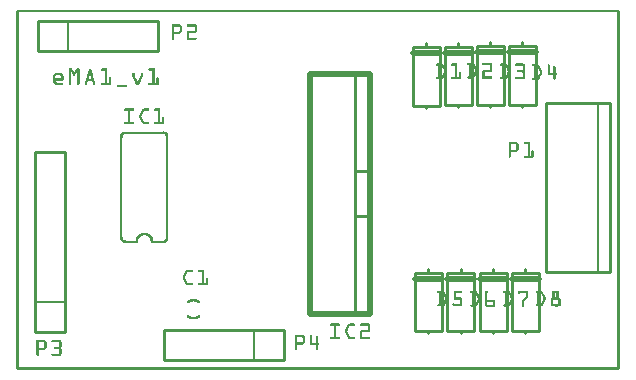
<source format=gto>
G04 MADE WITH FRITZING*
G04 WWW.FRITZING.ORG*
G04 DOUBLE SIDED*
G04 HOLES PLATED*
G04 CONTOUR ON CENTER OF CONTOUR VECTOR*
%ASAXBY*%
%FSLAX23Y23*%
%MOIN*%
%OFA0B0*%
%SFA1.0B1.0*%
%ADD10C,0.020000*%
%ADD11C,0.010000*%
%ADD12C,0.005000*%
%ADD13C,0.008000*%
%LNSILK1*%
G90*
G70*
G54D10*
X1178Y986D02*
X978Y986D01*
D02*
X978Y986D02*
X978Y186D01*
D02*
X978Y186D02*
X1178Y186D01*
D02*
X1178Y186D02*
X1178Y986D01*
G54D11*
D02*
X1128Y986D02*
X1128Y186D01*
D02*
X1178Y661D02*
X1128Y661D01*
D02*
X1178Y511D02*
X1128Y511D01*
D02*
X1764Y888D02*
X1764Y327D01*
D02*
X1764Y327D02*
X1980Y327D01*
D02*
X1980Y327D02*
X1980Y888D01*
D02*
X1980Y888D02*
X1764Y888D01*
G54D12*
D02*
X1940Y327D02*
X1940Y888D01*
G54D11*
D02*
X1697Y337D02*
X1697Y324D01*
D02*
X1697Y129D02*
X1697Y122D01*
D02*
X1742Y324D02*
X1742Y129D01*
D02*
X1742Y129D02*
X1652Y129D01*
D02*
X1652Y129D02*
X1652Y324D01*
D02*
X1652Y324D02*
X1742Y324D01*
G54D10*
D02*
X1652Y304D02*
X1742Y304D01*
G54D11*
D02*
X1589Y337D02*
X1589Y324D01*
D02*
X1589Y129D02*
X1589Y122D01*
D02*
X1634Y324D02*
X1634Y129D01*
D02*
X1634Y129D02*
X1544Y129D01*
D02*
X1544Y129D02*
X1544Y324D01*
D02*
X1544Y324D02*
X1634Y324D01*
G54D10*
D02*
X1544Y304D02*
X1634Y304D01*
G54D11*
D02*
X1482Y336D02*
X1482Y323D01*
D02*
X1482Y128D02*
X1482Y121D01*
D02*
X1527Y323D02*
X1527Y128D01*
D02*
X1527Y128D02*
X1437Y128D01*
D02*
X1437Y128D02*
X1437Y323D01*
D02*
X1437Y323D02*
X1527Y323D01*
G54D10*
D02*
X1437Y303D02*
X1527Y303D01*
G54D11*
D02*
X1373Y337D02*
X1373Y324D01*
D02*
X1373Y129D02*
X1373Y122D01*
D02*
X1418Y324D02*
X1418Y129D01*
D02*
X1418Y129D02*
X1328Y129D01*
D02*
X1328Y129D02*
X1328Y324D01*
D02*
X1328Y324D02*
X1418Y324D01*
G54D10*
D02*
X1328Y304D02*
X1418Y304D01*
G54D11*
D02*
X1686Y1091D02*
X1686Y1078D01*
D02*
X1686Y883D02*
X1686Y876D01*
D02*
X1731Y1078D02*
X1731Y883D01*
D02*
X1731Y883D02*
X1641Y883D01*
D02*
X1641Y883D02*
X1641Y1078D01*
D02*
X1641Y1078D02*
X1731Y1078D01*
G54D10*
D02*
X1641Y1058D02*
X1731Y1058D01*
G54D11*
D02*
X1579Y1091D02*
X1579Y1078D01*
D02*
X1579Y883D02*
X1579Y876D01*
D02*
X1624Y1078D02*
X1624Y883D01*
D02*
X1624Y883D02*
X1534Y883D01*
D02*
X1534Y883D02*
X1534Y1078D01*
D02*
X1534Y1078D02*
X1624Y1078D01*
G54D10*
D02*
X1534Y1058D02*
X1624Y1058D01*
G54D11*
D02*
X1473Y1090D02*
X1473Y1077D01*
D02*
X1473Y882D02*
X1473Y875D01*
D02*
X1518Y1077D02*
X1518Y882D01*
D02*
X1518Y882D02*
X1428Y882D01*
D02*
X1428Y882D02*
X1428Y1077D01*
D02*
X1428Y1077D02*
X1518Y1077D01*
G54D10*
D02*
X1428Y1057D02*
X1518Y1057D01*
G54D11*
D02*
X1367Y1088D02*
X1367Y1075D01*
D02*
X1367Y880D02*
X1367Y873D01*
D02*
X1412Y1075D02*
X1412Y880D01*
D02*
X1412Y880D02*
X1322Y880D01*
D02*
X1322Y880D02*
X1322Y1075D01*
D02*
X1322Y1075D02*
X1412Y1075D01*
G54D10*
D02*
X1322Y1055D02*
X1412Y1055D01*
G54D11*
D02*
X891Y133D02*
X491Y133D01*
D02*
X491Y133D02*
X491Y33D01*
D02*
X491Y33D02*
X891Y33D01*
D02*
X891Y33D02*
X891Y133D01*
G54D12*
D02*
X791Y133D02*
X791Y33D01*
G54D11*
D02*
X72Y1062D02*
X472Y1062D01*
D02*
X472Y1062D02*
X472Y1162D01*
D02*
X472Y1162D02*
X72Y1162D01*
D02*
X72Y1162D02*
X72Y1062D01*
G54D12*
D02*
X172Y1062D02*
X172Y1162D01*
G54D11*
D02*
X162Y125D02*
X162Y725D01*
D02*
X162Y725D02*
X62Y725D01*
D02*
X62Y725D02*
X62Y125D01*
D02*
X62Y125D02*
X162Y125D01*
G54D12*
D02*
X162Y225D02*
X62Y225D01*
G54D13*
D02*
X349Y775D02*
X349Y441D01*
D02*
X503Y441D02*
X503Y779D01*
D02*
X488Y790D02*
X364Y790D01*
D02*
X369Y426D02*
X402Y426D01*
D02*
X492Y426D02*
X452Y426D01*
G36*
X3Y1200D02*
X3Y1196D01*
X0Y1196D01*
X0Y1192D01*
X2003Y1192D01*
X2003Y8D01*
X2011Y8D01*
X2011Y1196D01*
X2008Y1196D01*
X2008Y1200D01*
X3Y1200D01*
G37*
D02*
G36*
X0Y1192D02*
X0Y8D01*
X8Y8D01*
X8Y1192D01*
X0Y1192D01*
G37*
D02*
G36*
X0Y8D02*
X0Y7D01*
X2011Y7D01*
X2011Y8D01*
X0Y8D01*
G37*
D02*
G36*
X0Y8D02*
X0Y7D01*
X2011Y7D01*
X2011Y8D01*
X0Y8D01*
G37*
D02*
G36*
X0Y7D02*
X0Y3D01*
X3Y3D01*
X3Y0D01*
X2008Y0D01*
X2008Y3D01*
X2011Y3D01*
X2011Y7D01*
X0Y7D01*
G37*
D02*
G36*
X518Y1152D02*
X518Y1144D01*
X543Y1144D01*
X543Y1143D01*
X544Y1143D01*
X544Y1128D01*
X543Y1128D01*
X543Y1127D01*
X551Y1127D01*
X551Y1146D01*
X550Y1146D01*
X550Y1148D01*
X549Y1148D01*
X549Y1149D01*
X548Y1149D01*
X548Y1150D01*
X546Y1150D01*
X546Y1151D01*
X544Y1151D01*
X544Y1152D01*
X518Y1152D01*
G37*
D02*
G36*
X518Y1144D02*
X518Y1127D01*
X525Y1127D01*
X525Y1144D01*
X518Y1144D01*
G37*
D02*
G36*
X518Y1127D02*
X518Y1126D01*
X551Y1126D01*
X551Y1127D01*
X518Y1127D01*
G37*
D02*
G36*
X518Y1127D02*
X518Y1126D01*
X551Y1126D01*
X551Y1127D01*
X518Y1127D01*
G37*
D02*
G36*
X518Y1126D02*
X518Y1101D01*
X519Y1101D01*
X519Y1100D01*
X524Y1100D01*
X524Y1101D01*
X525Y1101D01*
X525Y1119D01*
X544Y1119D01*
X544Y1120D01*
X546Y1120D01*
X546Y1121D01*
X548Y1121D01*
X548Y1122D01*
X549Y1122D01*
X549Y1123D01*
X550Y1123D01*
X550Y1125D01*
X551Y1125D01*
X551Y1126D01*
X518Y1126D01*
G37*
D02*
G36*
X570Y1152D02*
X570Y1151D01*
X568Y1151D01*
X568Y1146D01*
X569Y1146D01*
X569Y1145D01*
X570Y1145D01*
X570Y1144D01*
X594Y1144D01*
X594Y1130D01*
X574Y1130D01*
X574Y1129D01*
X571Y1129D01*
X571Y1128D01*
X570Y1128D01*
X570Y1127D01*
X569Y1127D01*
X569Y1126D01*
X568Y1126D01*
X568Y1100D01*
X600Y1100D01*
X600Y1101D01*
X601Y1101D01*
X601Y1106D01*
X600Y1106D01*
X600Y1107D01*
X575Y1107D01*
X575Y1122D01*
X597Y1122D01*
X597Y1123D01*
X599Y1123D01*
X599Y1124D01*
X600Y1124D01*
X600Y1125D01*
X601Y1125D01*
X601Y1149D01*
X600Y1149D01*
X600Y1150D01*
X599Y1150D01*
X599Y1151D01*
X597Y1151D01*
X597Y1152D01*
X570Y1152D01*
G37*
D02*
G36*
X1505Y1023D02*
X1505Y1022D01*
X1504Y1022D01*
X1504Y1021D01*
X1503Y1021D01*
X1503Y1017D01*
X1504Y1017D01*
X1504Y1016D01*
X1505Y1016D01*
X1505Y1015D01*
X1521Y1015D01*
X1521Y1013D01*
X1522Y1013D01*
X1522Y1011D01*
X1523Y1011D01*
X1523Y1010D01*
X1524Y1010D01*
X1524Y1008D01*
X1525Y1008D01*
X1525Y1006D01*
X1526Y1006D01*
X1526Y1004D01*
X1527Y1004D01*
X1527Y1002D01*
X1528Y1002D01*
X1528Y1000D01*
X1529Y1000D01*
X1529Y994D01*
X1528Y994D01*
X1528Y992D01*
X1527Y992D01*
X1527Y990D01*
X1526Y990D01*
X1526Y988D01*
X1525Y988D01*
X1525Y986D01*
X1524Y986D01*
X1524Y984D01*
X1523Y984D01*
X1523Y982D01*
X1522Y982D01*
X1522Y980D01*
X1521Y980D01*
X1521Y979D01*
X1520Y979D01*
X1520Y978D01*
X1530Y978D01*
X1530Y980D01*
X1531Y980D01*
X1531Y982D01*
X1532Y982D01*
X1532Y984D01*
X1533Y984D01*
X1533Y986D01*
X1534Y986D01*
X1534Y988D01*
X1535Y988D01*
X1535Y990D01*
X1536Y990D01*
X1536Y993D01*
X1537Y993D01*
X1537Y1000D01*
X1536Y1000D01*
X1536Y1003D01*
X1535Y1003D01*
X1535Y1005D01*
X1534Y1005D01*
X1534Y1007D01*
X1533Y1007D01*
X1533Y1009D01*
X1532Y1009D01*
X1532Y1011D01*
X1531Y1011D01*
X1531Y1013D01*
X1530Y1013D01*
X1530Y1015D01*
X1529Y1015D01*
X1529Y1017D01*
X1528Y1017D01*
X1528Y1019D01*
X1527Y1019D01*
X1527Y1020D01*
X1526Y1020D01*
X1526Y1021D01*
X1524Y1021D01*
X1524Y1022D01*
X1521Y1022D01*
X1521Y1023D01*
X1505Y1023D01*
G37*
D02*
G36*
X1510Y1015D02*
X1510Y978D01*
X1517Y978D01*
X1517Y1015D01*
X1510Y1015D01*
G37*
D02*
G36*
X1505Y978D02*
X1505Y977D01*
X1529Y977D01*
X1529Y978D01*
X1505Y978D01*
G37*
D02*
G36*
X1505Y978D02*
X1505Y977D01*
X1529Y977D01*
X1529Y978D01*
X1505Y978D01*
G37*
D02*
G36*
X1504Y977D02*
X1504Y976D01*
X1503Y976D01*
X1503Y972D01*
X1504Y972D01*
X1504Y971D01*
X1506Y971D01*
X1506Y970D01*
X1521Y970D01*
X1521Y971D01*
X1524Y971D01*
X1524Y972D01*
X1525Y972D01*
X1525Y973D01*
X1527Y973D01*
X1527Y975D01*
X1528Y975D01*
X1528Y976D01*
X1529Y976D01*
X1529Y977D01*
X1504Y977D01*
G37*
D02*
G36*
X1555Y1023D02*
X1555Y1022D01*
X1554Y1022D01*
X1554Y1021D01*
X1553Y1021D01*
X1553Y1017D01*
X1554Y1017D01*
X1554Y1016D01*
X1555Y1016D01*
X1555Y1015D01*
X1579Y1015D01*
X1579Y1000D01*
X1557Y1000D01*
X1557Y999D01*
X1555Y999D01*
X1555Y998D01*
X1554Y998D01*
X1554Y996D01*
X1553Y996D01*
X1553Y970D01*
X1584Y970D01*
X1584Y971D01*
X1586Y971D01*
X1586Y973D01*
X1587Y973D01*
X1587Y976D01*
X1586Y976D01*
X1586Y977D01*
X1585Y977D01*
X1585Y978D01*
X1561Y978D01*
X1561Y993D01*
X1583Y993D01*
X1583Y994D01*
X1584Y994D01*
X1584Y995D01*
X1585Y995D01*
X1585Y996D01*
X1586Y996D01*
X1586Y998D01*
X1587Y998D01*
X1587Y1018D01*
X1586Y1018D01*
X1586Y1020D01*
X1585Y1020D01*
X1585Y1021D01*
X1584Y1021D01*
X1584Y1022D01*
X1582Y1022D01*
X1582Y1023D01*
X1555Y1023D01*
G37*
D02*
G36*
X1402Y1021D02*
X1402Y1020D01*
X1400Y1020D01*
X1400Y1014D01*
X1402Y1014D01*
X1402Y1013D01*
X1417Y1013D01*
X1417Y1012D01*
X1418Y1012D01*
X1418Y1011D01*
X1419Y1011D01*
X1419Y1009D01*
X1420Y1009D01*
X1420Y1007D01*
X1421Y1007D01*
X1421Y1005D01*
X1422Y1005D01*
X1422Y1003D01*
X1423Y1003D01*
X1423Y1001D01*
X1424Y1001D01*
X1424Y999D01*
X1425Y999D01*
X1425Y997D01*
X1426Y997D01*
X1426Y993D01*
X1425Y993D01*
X1425Y990D01*
X1424Y990D01*
X1424Y988D01*
X1423Y988D01*
X1423Y986D01*
X1422Y986D01*
X1422Y984D01*
X1421Y984D01*
X1421Y982D01*
X1420Y982D01*
X1420Y980D01*
X1419Y980D01*
X1419Y978D01*
X1418Y978D01*
X1418Y977D01*
X1417Y977D01*
X1417Y976D01*
X1426Y976D01*
X1426Y977D01*
X1427Y977D01*
X1427Y979D01*
X1428Y979D01*
X1428Y981D01*
X1429Y981D01*
X1429Y983D01*
X1430Y983D01*
X1430Y985D01*
X1431Y985D01*
X1431Y987D01*
X1432Y987D01*
X1432Y989D01*
X1433Y989D01*
X1433Y1000D01*
X1432Y1000D01*
X1432Y1002D01*
X1431Y1002D01*
X1431Y1004D01*
X1430Y1004D01*
X1430Y1006D01*
X1429Y1006D01*
X1429Y1008D01*
X1428Y1008D01*
X1428Y1010D01*
X1427Y1010D01*
X1427Y1012D01*
X1426Y1012D01*
X1426Y1014D01*
X1425Y1014D01*
X1425Y1016D01*
X1424Y1016D01*
X1424Y1017D01*
X1423Y1017D01*
X1423Y1018D01*
X1422Y1018D01*
X1422Y1019D01*
X1421Y1019D01*
X1421Y1020D01*
X1418Y1020D01*
X1418Y1021D01*
X1402Y1021D01*
G37*
D02*
G36*
X1406Y1013D02*
X1406Y976D01*
X1414Y976D01*
X1414Y1013D01*
X1406Y1013D01*
G37*
D02*
G36*
X1401Y976D02*
X1401Y975D01*
X1426Y975D01*
X1426Y976D01*
X1401Y976D01*
G37*
D02*
G36*
X1401Y976D02*
X1401Y975D01*
X1426Y975D01*
X1426Y976D01*
X1401Y976D01*
G37*
D02*
G36*
X1400Y975D02*
X1400Y970D01*
X1401Y970D01*
X1401Y969D01*
X1403Y969D01*
X1403Y968D01*
X1416Y968D01*
X1416Y969D01*
X1420Y969D01*
X1420Y970D01*
X1422Y970D01*
X1422Y971D01*
X1423Y971D01*
X1423Y972D01*
X1424Y972D01*
X1424Y973D01*
X1425Y973D01*
X1425Y975D01*
X1400Y975D01*
G37*
D02*
G36*
X1452Y1021D02*
X1452Y1020D01*
X1450Y1020D01*
X1450Y1014D01*
X1452Y1014D01*
X1452Y1013D01*
X1463Y1013D01*
X1463Y976D01*
X1470Y976D01*
X1470Y1021D01*
X1452Y1021D01*
G37*
D02*
G36*
X1478Y993D02*
X1478Y992D01*
X1477Y992D01*
X1477Y991D01*
X1476Y991D01*
X1476Y976D01*
X1483Y976D01*
X1483Y992D01*
X1481Y992D01*
X1481Y993D01*
X1478Y993D01*
G37*
D02*
G36*
X1451Y976D02*
X1451Y975D01*
X1483Y975D01*
X1483Y976D01*
X1451Y976D01*
G37*
D02*
G36*
X1451Y976D02*
X1451Y975D01*
X1483Y975D01*
X1483Y976D01*
X1451Y976D01*
G37*
D02*
G36*
X1450Y975D02*
X1450Y970D01*
X1451Y970D01*
X1451Y969D01*
X1453Y969D01*
X1453Y968D01*
X1478Y968D01*
X1478Y969D01*
X1482Y969D01*
X1482Y970D01*
X1483Y970D01*
X1483Y975D01*
X1450Y975D01*
G37*
D02*
G36*
X1615Y1021D02*
X1615Y1020D01*
X1613Y1020D01*
X1613Y1019D01*
X1612Y1019D01*
X1612Y1015D01*
X1613Y1015D01*
X1613Y1014D01*
X1614Y1014D01*
X1614Y1013D01*
X1629Y1013D01*
X1629Y1012D01*
X1630Y1012D01*
X1630Y1011D01*
X1631Y1011D01*
X1631Y1009D01*
X1632Y1009D01*
X1632Y1007D01*
X1633Y1007D01*
X1633Y1005D01*
X1634Y1005D01*
X1634Y1003D01*
X1635Y1003D01*
X1635Y1001D01*
X1636Y1001D01*
X1636Y999D01*
X1637Y999D01*
X1637Y997D01*
X1638Y997D01*
X1638Y992D01*
X1637Y992D01*
X1637Y990D01*
X1636Y990D01*
X1636Y988D01*
X1635Y988D01*
X1635Y986D01*
X1634Y986D01*
X1634Y984D01*
X1633Y984D01*
X1633Y982D01*
X1632Y982D01*
X1632Y980D01*
X1631Y980D01*
X1631Y978D01*
X1630Y978D01*
X1630Y976D01*
X1639Y976D01*
X1639Y978D01*
X1640Y978D01*
X1640Y980D01*
X1641Y980D01*
X1641Y982D01*
X1642Y982D01*
X1642Y984D01*
X1643Y984D01*
X1643Y986D01*
X1644Y986D01*
X1644Y988D01*
X1645Y988D01*
X1645Y991D01*
X1646Y991D01*
X1646Y997D01*
X1645Y997D01*
X1645Y1001D01*
X1644Y1001D01*
X1644Y1003D01*
X1643Y1003D01*
X1643Y1005D01*
X1642Y1005D01*
X1642Y1007D01*
X1641Y1007D01*
X1641Y1009D01*
X1640Y1009D01*
X1640Y1011D01*
X1639Y1011D01*
X1639Y1013D01*
X1638Y1013D01*
X1638Y1015D01*
X1637Y1015D01*
X1637Y1016D01*
X1636Y1016D01*
X1636Y1018D01*
X1634Y1018D01*
X1634Y1019D01*
X1633Y1019D01*
X1633Y1020D01*
X1630Y1020D01*
X1630Y1021D01*
X1615Y1021D01*
G37*
D02*
G36*
X1619Y1013D02*
X1619Y976D01*
X1626Y976D01*
X1626Y1013D01*
X1619Y1013D01*
G37*
D02*
G36*
X1614Y976D02*
X1614Y975D01*
X1638Y975D01*
X1638Y976D01*
X1614Y976D01*
G37*
D02*
G36*
X1614Y976D02*
X1614Y975D01*
X1638Y975D01*
X1638Y976D01*
X1614Y976D01*
G37*
D02*
G36*
X1613Y975D02*
X1613Y974D01*
X1612Y974D01*
X1612Y970D01*
X1613Y970D01*
X1613Y969D01*
X1614Y969D01*
X1614Y968D01*
X1630Y968D01*
X1630Y969D01*
X1633Y969D01*
X1633Y970D01*
X1635Y970D01*
X1635Y971D01*
X1636Y971D01*
X1636Y972D01*
X1637Y972D01*
X1637Y974D01*
X1638Y974D01*
X1638Y975D01*
X1613Y975D01*
G37*
D02*
G36*
X1665Y1021D02*
X1665Y1020D01*
X1663Y1020D01*
X1663Y1019D01*
X1662Y1019D01*
X1662Y1015D01*
X1663Y1015D01*
X1663Y1014D01*
X1664Y1014D01*
X1664Y1013D01*
X1688Y1013D01*
X1688Y1000D01*
X1687Y1000D01*
X1687Y999D01*
X1686Y999D01*
X1686Y998D01*
X1670Y998D01*
X1670Y997D01*
X1669Y997D01*
X1669Y992D01*
X1670Y992D01*
X1670Y991D01*
X1686Y991D01*
X1686Y990D01*
X1687Y990D01*
X1687Y989D01*
X1688Y989D01*
X1688Y976D01*
X1664Y976D01*
X1664Y975D01*
X1663Y975D01*
X1663Y974D01*
X1662Y974D01*
X1662Y970D01*
X1663Y970D01*
X1663Y969D01*
X1664Y969D01*
X1664Y968D01*
X1691Y968D01*
X1691Y969D01*
X1693Y969D01*
X1693Y970D01*
X1694Y970D01*
X1694Y971D01*
X1695Y971D01*
X1695Y973D01*
X1696Y973D01*
X1696Y990D01*
X1695Y990D01*
X1695Y993D01*
X1694Y993D01*
X1694Y996D01*
X1695Y996D01*
X1695Y999D01*
X1696Y999D01*
X1696Y1015D01*
X1695Y1015D01*
X1695Y1018D01*
X1694Y1018D01*
X1694Y1019D01*
X1693Y1019D01*
X1693Y1020D01*
X1690Y1020D01*
X1690Y1021D01*
X1665Y1021D01*
G37*
D02*
G36*
X1720Y1018D02*
X1720Y1017D01*
X1719Y1017D01*
X1719Y1012D01*
X1720Y1012D01*
X1720Y1011D01*
X1736Y1011D01*
X1736Y1010D01*
X1737Y1010D01*
X1737Y1009D01*
X1738Y1009D01*
X1738Y1007D01*
X1739Y1007D01*
X1739Y1005D01*
X1740Y1005D01*
X1740Y1003D01*
X1741Y1003D01*
X1741Y1001D01*
X1742Y1001D01*
X1742Y999D01*
X1743Y999D01*
X1743Y997D01*
X1744Y997D01*
X1744Y995D01*
X1745Y995D01*
X1745Y989D01*
X1744Y989D01*
X1744Y987D01*
X1743Y987D01*
X1743Y985D01*
X1742Y985D01*
X1742Y983D01*
X1741Y983D01*
X1741Y981D01*
X1740Y981D01*
X1740Y979D01*
X1739Y979D01*
X1739Y977D01*
X1738Y977D01*
X1738Y975D01*
X1737Y975D01*
X1737Y974D01*
X1746Y974D01*
X1746Y976D01*
X1747Y976D01*
X1747Y978D01*
X1748Y978D01*
X1748Y980D01*
X1749Y980D01*
X1749Y982D01*
X1750Y982D01*
X1750Y984D01*
X1751Y984D01*
X1751Y986D01*
X1752Y986D01*
X1752Y990D01*
X1753Y990D01*
X1753Y995D01*
X1752Y995D01*
X1752Y998D01*
X1751Y998D01*
X1751Y1000D01*
X1750Y1000D01*
X1750Y1002D01*
X1749Y1002D01*
X1749Y1004D01*
X1748Y1004D01*
X1748Y1006D01*
X1747Y1006D01*
X1747Y1008D01*
X1746Y1008D01*
X1746Y1010D01*
X1745Y1010D01*
X1745Y1012D01*
X1744Y1012D01*
X1744Y1014D01*
X1743Y1014D01*
X1743Y1015D01*
X1742Y1015D01*
X1742Y1016D01*
X1741Y1016D01*
X1741Y1017D01*
X1739Y1017D01*
X1739Y1018D01*
X1720Y1018D01*
G37*
D02*
G36*
X1725Y1011D02*
X1725Y974D01*
X1733Y974D01*
X1733Y1011D01*
X1725Y1011D01*
G37*
D02*
G36*
X1722Y974D02*
X1722Y973D01*
X1745Y973D01*
X1745Y974D01*
X1722Y974D01*
G37*
D02*
G36*
X1722Y974D02*
X1722Y973D01*
X1745Y973D01*
X1745Y974D01*
X1722Y974D01*
G37*
D02*
G36*
X1720Y973D02*
X1720Y972D01*
X1719Y972D01*
X1719Y968D01*
X1720Y968D01*
X1720Y967D01*
X1721Y967D01*
X1721Y966D01*
X1738Y966D01*
X1738Y967D01*
X1741Y967D01*
X1741Y968D01*
X1742Y968D01*
X1742Y969D01*
X1743Y969D01*
X1743Y970D01*
X1744Y970D01*
X1744Y972D01*
X1745Y972D01*
X1745Y973D01*
X1720Y973D01*
G37*
D02*
G36*
X1772Y1018D02*
X1772Y1017D01*
X1771Y1017D01*
X1771Y990D01*
X1778Y990D01*
X1778Y1017D01*
X1777Y1017D01*
X1777Y1018D01*
X1772Y1018D01*
G37*
D02*
G36*
X1793Y1013D02*
X1793Y1012D01*
X1791Y1012D01*
X1791Y1011D01*
X1790Y1011D01*
X1790Y990D01*
X1798Y990D01*
X1798Y1010D01*
X1797Y1010D01*
X1797Y1012D01*
X1795Y1012D01*
X1795Y1013D01*
X1793Y1013D01*
G37*
D02*
G36*
X1771Y990D02*
X1771Y989D01*
X1800Y989D01*
X1800Y990D01*
X1771Y990D01*
G37*
D02*
G36*
X1771Y990D02*
X1771Y989D01*
X1800Y989D01*
X1800Y990D01*
X1771Y990D01*
G37*
D02*
G36*
X1771Y989D02*
X1771Y983D01*
X1790Y983D01*
X1790Y968D01*
X1791Y968D01*
X1791Y967D01*
X1792Y967D01*
X1792Y966D01*
X1796Y966D01*
X1796Y967D01*
X1797Y967D01*
X1797Y968D01*
X1798Y968D01*
X1798Y983D01*
X1800Y983D01*
X1800Y984D01*
X1801Y984D01*
X1801Y989D01*
X1771Y989D01*
G37*
D02*
G36*
X175Y1005D02*
X175Y993D01*
X192Y993D01*
X192Y995D01*
X191Y995D01*
X191Y996D01*
X190Y996D01*
X190Y997D01*
X189Y997D01*
X189Y999D01*
X188Y999D01*
X188Y1000D01*
X187Y1000D01*
X187Y1002D01*
X186Y1002D01*
X186Y1003D01*
X185Y1003D01*
X185Y1004D01*
X184Y1004D01*
X184Y1005D01*
X175Y1005D01*
G37*
D02*
G36*
X201Y1005D02*
X201Y1004D01*
X200Y1004D01*
X200Y1003D01*
X199Y1003D01*
X199Y1001D01*
X198Y1001D01*
X198Y1000D01*
X197Y1000D01*
X197Y998D01*
X196Y998D01*
X196Y997D01*
X195Y997D01*
X195Y996D01*
X194Y996D01*
X194Y994D01*
X193Y994D01*
X193Y993D01*
X203Y993D01*
X203Y950D01*
X205Y950D01*
X205Y949D01*
X208Y949D01*
X208Y950D01*
X210Y950D01*
X210Y954D01*
X211Y954D01*
X211Y1004D01*
X210Y1004D01*
X210Y1005D01*
X201Y1005D01*
G37*
D02*
G36*
X175Y993D02*
X175Y992D01*
X202Y992D01*
X202Y993D01*
X175Y993D01*
G37*
D02*
G36*
X175Y993D02*
X175Y992D01*
X202Y992D01*
X202Y993D01*
X175Y993D01*
G37*
D02*
G36*
X175Y992D02*
X175Y951D01*
X176Y951D01*
X176Y950D01*
X177Y950D01*
X177Y949D01*
X181Y949D01*
X181Y950D01*
X182Y950D01*
X182Y951D01*
X183Y951D01*
X183Y992D01*
X175Y992D01*
G37*
D02*
G36*
X184Y992D02*
X184Y990D01*
X185Y990D01*
X185Y989D01*
X186Y989D01*
X186Y987D01*
X187Y987D01*
X187Y986D01*
X188Y986D01*
X188Y985D01*
X189Y985D01*
X189Y980D01*
X190Y980D01*
X190Y979D01*
X195Y979D01*
X195Y980D01*
X196Y980D01*
X196Y981D01*
X197Y981D01*
X197Y985D01*
X198Y985D01*
X198Y987D01*
X199Y987D01*
X199Y988D01*
X200Y988D01*
X200Y990D01*
X201Y990D01*
X201Y991D01*
X202Y991D01*
X202Y992D01*
X184Y992D01*
G37*
D02*
G36*
X245Y1005D02*
X245Y1004D01*
X243Y1004D01*
X243Y1003D01*
X242Y1003D01*
X242Y1001D01*
X241Y1001D01*
X241Y997D01*
X240Y997D01*
X240Y994D01*
X239Y994D01*
X239Y991D01*
X238Y991D01*
X238Y987D01*
X237Y987D01*
X237Y986D01*
X246Y986D01*
X246Y983D01*
X247Y983D01*
X247Y980D01*
X248Y980D01*
X248Y976D01*
X249Y976D01*
X249Y973D01*
X250Y973D01*
X250Y969D01*
X259Y969D01*
X259Y971D01*
X258Y971D01*
X258Y974D01*
X257Y974D01*
X257Y978D01*
X256Y978D01*
X256Y981D01*
X255Y981D01*
X255Y985D01*
X254Y985D01*
X254Y988D01*
X253Y988D01*
X253Y991D01*
X252Y991D01*
X252Y995D01*
X251Y995D01*
X251Y998D01*
X250Y998D01*
X250Y1002D01*
X249Y1002D01*
X249Y1003D01*
X248Y1003D01*
X248Y1004D01*
X246Y1004D01*
X246Y1005D01*
X245Y1005D01*
G37*
D02*
G36*
X237Y986D02*
X237Y984D01*
X236Y984D01*
X236Y980D01*
X235Y980D01*
X235Y977D01*
X234Y977D01*
X234Y974D01*
X233Y974D01*
X233Y970D01*
X232Y970D01*
X232Y969D01*
X241Y969D01*
X241Y972D01*
X242Y972D01*
X242Y975D01*
X243Y975D01*
X243Y979D01*
X244Y979D01*
X244Y982D01*
X245Y982D01*
X245Y986D01*
X237Y986D01*
G37*
D02*
G36*
X232Y969D02*
X232Y968D01*
X259Y968D01*
X259Y969D01*
X232Y969D01*
G37*
D02*
G36*
X232Y969D02*
X232Y968D01*
X259Y968D01*
X259Y969D01*
X232Y969D01*
G37*
D02*
G36*
X232Y968D02*
X232Y967D01*
X231Y967D01*
X231Y963D01*
X230Y963D01*
X230Y961D01*
X253Y961D01*
X253Y959D01*
X254Y959D01*
X254Y956D01*
X255Y956D01*
X255Y952D01*
X256Y952D01*
X256Y950D01*
X258Y950D01*
X258Y949D01*
X261Y949D01*
X261Y950D01*
X263Y950D01*
X263Y957D01*
X262Y957D01*
X262Y961D01*
X261Y961D01*
X261Y964D01*
X260Y964D01*
X260Y968D01*
X232Y968D01*
G37*
D02*
G36*
X230Y961D02*
X230Y960D01*
X229Y960D01*
X229Y956D01*
X228Y956D01*
X228Y951D01*
X229Y951D01*
X229Y950D01*
X230Y950D01*
X230Y949D01*
X233Y949D01*
X233Y950D01*
X235Y950D01*
X235Y952D01*
X236Y952D01*
X236Y955D01*
X237Y955D01*
X237Y958D01*
X238Y958D01*
X238Y961D01*
X230Y961D01*
G37*
D02*
G36*
X284Y1005D02*
X284Y1004D01*
X282Y1004D01*
X282Y1003D01*
X281Y1003D01*
X281Y998D01*
X282Y998D01*
X282Y997D01*
X295Y997D01*
X295Y957D01*
X303Y957D01*
X303Y1004D01*
X302Y1004D01*
X302Y1005D01*
X284Y1005D01*
G37*
D02*
G36*
X310Y975D02*
X310Y974D01*
X309Y974D01*
X309Y972D01*
X308Y972D01*
X308Y957D01*
X316Y957D01*
X316Y974D01*
X314Y974D01*
X314Y975D01*
X310Y975D01*
G37*
D02*
G36*
X282Y957D02*
X282Y956D01*
X316Y956D01*
X316Y957D01*
X282Y957D01*
G37*
D02*
G36*
X282Y957D02*
X282Y956D01*
X316Y956D01*
X316Y957D01*
X282Y957D01*
G37*
D02*
G36*
X281Y956D02*
X281Y951D01*
X282Y951D01*
X282Y950D01*
X283Y950D01*
X283Y949D01*
X314Y949D01*
X314Y950D01*
X316Y950D01*
X316Y956D01*
X281Y956D01*
G37*
D02*
G36*
X443Y1005D02*
X443Y1004D01*
X441Y1004D01*
X441Y1003D01*
X440Y1003D01*
X440Y998D01*
X441Y998D01*
X441Y997D01*
X453Y997D01*
X453Y957D01*
X461Y957D01*
X461Y1005D01*
X443Y1005D01*
G37*
D02*
G36*
X469Y975D02*
X469Y974D01*
X468Y974D01*
X468Y972D01*
X467Y972D01*
X467Y957D01*
X475Y957D01*
X475Y973D01*
X474Y973D01*
X474Y974D01*
X473Y974D01*
X473Y975D01*
X469Y975D01*
G37*
D02*
G36*
X441Y957D02*
X441Y956D01*
X475Y956D01*
X475Y957D01*
X441Y957D01*
G37*
D02*
G36*
X441Y957D02*
X441Y956D01*
X475Y956D01*
X475Y957D01*
X441Y957D01*
G37*
D02*
G36*
X440Y956D02*
X440Y950D01*
X442Y950D01*
X442Y949D01*
X473Y949D01*
X473Y950D01*
X474Y950D01*
X474Y951D01*
X475Y951D01*
X475Y956D01*
X440Y956D01*
G37*
D02*
G36*
X133Y990D02*
X133Y989D01*
X130Y989D01*
X130Y988D01*
X129Y988D01*
X129Y987D01*
X127Y987D01*
X127Y986D01*
X126Y986D01*
X126Y985D01*
X125Y985D01*
X125Y984D01*
X124Y984D01*
X124Y983D01*
X123Y983D01*
X123Y982D01*
X145Y982D01*
X145Y981D01*
X146Y981D01*
X146Y980D01*
X148Y980D01*
X148Y979D01*
X149Y979D01*
X149Y977D01*
X150Y977D01*
X150Y972D01*
X158Y972D01*
X158Y978D01*
X157Y978D01*
X157Y982D01*
X156Y982D01*
X156Y983D01*
X155Y983D01*
X155Y984D01*
X154Y984D01*
X154Y985D01*
X153Y985D01*
X153Y986D01*
X152Y986D01*
X152Y987D01*
X151Y987D01*
X151Y988D01*
X149Y988D01*
X149Y989D01*
X147Y989D01*
X147Y990D01*
X133Y990D01*
G37*
D02*
G36*
X123Y982D02*
X123Y980D01*
X122Y980D01*
X122Y972D01*
X130Y972D01*
X130Y978D01*
X131Y978D01*
X131Y979D01*
X132Y979D01*
X132Y980D01*
X133Y980D01*
X133Y981D01*
X134Y981D01*
X134Y982D01*
X123Y982D01*
G37*
D02*
G36*
X122Y972D02*
X122Y971D01*
X158Y971D01*
X158Y972D01*
X122Y972D01*
G37*
D02*
G36*
X122Y972D02*
X122Y971D01*
X158Y971D01*
X158Y972D01*
X122Y972D01*
G37*
D02*
G36*
X122Y971D02*
X122Y959D01*
X123Y959D01*
X123Y956D01*
X124Y956D01*
X124Y955D01*
X125Y955D01*
X125Y954D01*
X126Y954D01*
X126Y953D01*
X127Y953D01*
X127Y952D01*
X128Y952D01*
X128Y951D01*
X130Y951D01*
X130Y950D01*
X133Y950D01*
X133Y949D01*
X155Y949D01*
X155Y950D01*
X157Y950D01*
X157Y952D01*
X158Y952D01*
X158Y954D01*
X157Y954D01*
X157Y956D01*
X156Y956D01*
X156Y957D01*
X134Y957D01*
X134Y958D01*
X133Y958D01*
X133Y959D01*
X132Y959D01*
X132Y960D01*
X131Y960D01*
X131Y961D01*
X130Y961D01*
X130Y964D01*
X156Y964D01*
X156Y965D01*
X157Y965D01*
X157Y967D01*
X158Y967D01*
X158Y971D01*
X122Y971D01*
G37*
D02*
G36*
X389Y990D02*
X389Y989D01*
X388Y989D01*
X388Y988D01*
X387Y988D01*
X387Y977D01*
X388Y977D01*
X388Y975D01*
X389Y975D01*
X389Y972D01*
X390Y972D01*
X390Y970D01*
X391Y970D01*
X391Y968D01*
X392Y968D01*
X392Y965D01*
X393Y965D01*
X393Y963D01*
X394Y963D01*
X394Y961D01*
X395Y961D01*
X395Y959D01*
X396Y959D01*
X396Y958D01*
X404Y958D01*
X404Y961D01*
X403Y961D01*
X403Y963D01*
X402Y963D01*
X402Y965D01*
X401Y965D01*
X401Y968D01*
X400Y968D01*
X400Y970D01*
X399Y970D01*
X399Y972D01*
X398Y972D01*
X398Y974D01*
X397Y974D01*
X397Y977D01*
X396Y977D01*
X396Y979D01*
X395Y979D01*
X395Y987D01*
X394Y987D01*
X394Y989D01*
X392Y989D01*
X392Y990D01*
X389Y990D01*
G37*
D02*
G36*
X417Y990D02*
X417Y989D01*
X415Y989D01*
X415Y987D01*
X414Y987D01*
X414Y979D01*
X413Y979D01*
X413Y977D01*
X412Y977D01*
X412Y974D01*
X411Y974D01*
X411Y972D01*
X410Y972D01*
X410Y970D01*
X409Y970D01*
X409Y968D01*
X408Y968D01*
X408Y965D01*
X407Y965D01*
X407Y963D01*
X406Y963D01*
X406Y961D01*
X405Y961D01*
X405Y958D01*
X413Y958D01*
X413Y959D01*
X414Y959D01*
X414Y961D01*
X415Y961D01*
X415Y963D01*
X416Y963D01*
X416Y965D01*
X417Y965D01*
X417Y968D01*
X418Y968D01*
X418Y970D01*
X419Y970D01*
X419Y972D01*
X420Y972D01*
X420Y975D01*
X421Y975D01*
X421Y977D01*
X422Y977D01*
X422Y988D01*
X421Y988D01*
X421Y989D01*
X420Y989D01*
X420Y990D01*
X417Y990D01*
G37*
D02*
G36*
X396Y958D02*
X396Y957D01*
X413Y957D01*
X413Y958D01*
X396Y958D01*
G37*
D02*
G36*
X396Y958D02*
X396Y957D01*
X413Y957D01*
X413Y958D01*
X396Y958D01*
G37*
D02*
G36*
X396Y957D02*
X396Y956D01*
X397Y956D01*
X397Y954D01*
X398Y954D01*
X398Y952D01*
X399Y952D01*
X399Y950D01*
X401Y950D01*
X401Y949D01*
X408Y949D01*
X408Y950D01*
X410Y950D01*
X410Y952D01*
X411Y952D01*
X411Y954D01*
X412Y954D01*
X412Y956D01*
X413Y956D01*
X413Y957D01*
X396Y957D01*
G37*
D02*
G36*
X335Y950D02*
X335Y949D01*
X334Y949D01*
X334Y944D01*
X335Y944D01*
X335Y943D01*
X336Y943D01*
X336Y942D01*
X367Y942D01*
X367Y943D01*
X369Y943D01*
X369Y949D01*
X368Y949D01*
X368Y950D01*
X335Y950D01*
G37*
D02*
G36*
X362Y871D02*
X362Y870D01*
X360Y870D01*
X360Y864D01*
X361Y864D01*
X361Y863D01*
X373Y863D01*
X373Y826D01*
X361Y826D01*
X361Y825D01*
X360Y825D01*
X360Y819D01*
X362Y819D01*
X362Y818D01*
X391Y818D01*
X391Y819D01*
X392Y819D01*
X392Y820D01*
X393Y820D01*
X393Y825D01*
X392Y825D01*
X392Y826D01*
X380Y826D01*
X380Y863D01*
X391Y863D01*
X391Y864D01*
X393Y864D01*
X393Y869D01*
X392Y869D01*
X392Y870D01*
X391Y870D01*
X391Y871D01*
X362Y871D01*
G37*
D02*
G36*
X425Y871D02*
X425Y870D01*
X422Y870D01*
X422Y869D01*
X421Y869D01*
X421Y868D01*
X420Y868D01*
X420Y867D01*
X419Y867D01*
X419Y866D01*
X418Y866D01*
X418Y864D01*
X417Y864D01*
X417Y862D01*
X416Y862D01*
X416Y860D01*
X415Y860D01*
X415Y858D01*
X414Y858D01*
X414Y856D01*
X413Y856D01*
X413Y854D01*
X412Y854D01*
X412Y852D01*
X411Y852D01*
X411Y850D01*
X410Y850D01*
X410Y839D01*
X411Y839D01*
X411Y837D01*
X412Y837D01*
X412Y835D01*
X413Y835D01*
X413Y833D01*
X414Y833D01*
X414Y831D01*
X415Y831D01*
X415Y829D01*
X416Y829D01*
X416Y827D01*
X417Y827D01*
X417Y825D01*
X418Y825D01*
X418Y823D01*
X419Y823D01*
X419Y822D01*
X420Y822D01*
X420Y821D01*
X421Y821D01*
X421Y820D01*
X422Y820D01*
X422Y819D01*
X425Y819D01*
X425Y818D01*
X441Y818D01*
X441Y819D01*
X442Y819D01*
X442Y820D01*
X443Y820D01*
X443Y825D01*
X442Y825D01*
X442Y826D01*
X426Y826D01*
X426Y827D01*
X425Y827D01*
X425Y828D01*
X424Y828D01*
X424Y830D01*
X423Y830D01*
X423Y832D01*
X422Y832D01*
X422Y834D01*
X421Y834D01*
X421Y836D01*
X420Y836D01*
X420Y838D01*
X419Y838D01*
X419Y840D01*
X418Y840D01*
X418Y843D01*
X417Y843D01*
X417Y846D01*
X418Y846D01*
X418Y849D01*
X419Y849D01*
X419Y851D01*
X420Y851D01*
X420Y853D01*
X421Y853D01*
X421Y855D01*
X422Y855D01*
X422Y857D01*
X423Y857D01*
X423Y859D01*
X424Y859D01*
X424Y861D01*
X425Y861D01*
X425Y862D01*
X426Y862D01*
X426Y863D01*
X441Y863D01*
X441Y864D01*
X443Y864D01*
X443Y869D01*
X442Y869D01*
X442Y870D01*
X441Y870D01*
X441Y871D01*
X425Y871D01*
G37*
D02*
G36*
X462Y871D02*
X462Y870D01*
X460Y870D01*
X460Y864D01*
X461Y864D01*
X461Y863D01*
X473Y863D01*
X473Y826D01*
X480Y826D01*
X480Y871D01*
X462Y871D01*
G37*
D02*
G36*
X488Y843D02*
X488Y842D01*
X487Y842D01*
X487Y841D01*
X486Y841D01*
X486Y826D01*
X493Y826D01*
X493Y841D01*
X492Y841D01*
X492Y842D01*
X491Y842D01*
X491Y843D01*
X488Y843D01*
G37*
D02*
G36*
X461Y826D02*
X461Y825D01*
X493Y825D01*
X493Y826D01*
X461Y826D01*
G37*
D02*
G36*
X461Y826D02*
X461Y825D01*
X493Y825D01*
X493Y826D01*
X461Y826D01*
G37*
D02*
G36*
X460Y825D02*
X460Y819D01*
X462Y819D01*
X462Y818D01*
X491Y818D01*
X491Y819D01*
X492Y819D01*
X492Y820D01*
X493Y820D01*
X493Y825D01*
X460Y825D01*
G37*
D02*
G36*
X488Y795D02*
X488Y794D01*
X487Y794D01*
X487Y787D01*
X488Y787D01*
X488Y786D01*
X491Y786D01*
X491Y785D01*
X494Y785D01*
X494Y784D01*
X495Y784D01*
X495Y783D01*
X496Y783D01*
X496Y782D01*
X497Y782D01*
X497Y780D01*
X498Y780D01*
X498Y778D01*
X503Y778D01*
X503Y779D01*
X507Y779D01*
X507Y782D01*
X506Y782D01*
X506Y785D01*
X505Y785D01*
X505Y786D01*
X504Y786D01*
X504Y788D01*
X503Y788D01*
X503Y789D01*
X502Y789D01*
X502Y790D01*
X501Y790D01*
X501Y791D01*
X499Y791D01*
X499Y792D01*
X498Y792D01*
X498Y793D01*
X495Y793D01*
X495Y794D01*
X491Y794D01*
X491Y795D01*
X488Y795D01*
G37*
D02*
G36*
X358Y794D02*
X358Y793D01*
X356Y793D01*
X356Y792D01*
X354Y792D01*
X354Y791D01*
X353Y791D01*
X353Y790D01*
X352Y790D01*
X352Y789D01*
X351Y789D01*
X351Y788D01*
X350Y788D01*
X350Y787D01*
X349Y787D01*
X349Y786D01*
X348Y786D01*
X348Y785D01*
X347Y785D01*
X347Y783D01*
X346Y783D01*
X346Y780D01*
X345Y780D01*
X345Y774D01*
X354Y774D01*
X354Y779D01*
X355Y779D01*
X355Y781D01*
X356Y781D01*
X356Y782D01*
X357Y782D01*
X357Y783D01*
X358Y783D01*
X358Y784D01*
X360Y784D01*
X360Y785D01*
X365Y785D01*
X365Y794D01*
X358Y794D01*
G37*
D02*
G36*
X1641Y759D02*
X1641Y751D01*
X1666Y751D01*
X1666Y749D01*
X1667Y749D01*
X1667Y736D01*
X1666Y736D01*
X1666Y735D01*
X1665Y735D01*
X1665Y734D01*
X1674Y734D01*
X1674Y753D01*
X1673Y753D01*
X1673Y755D01*
X1672Y755D01*
X1672Y756D01*
X1671Y756D01*
X1671Y757D01*
X1669Y757D01*
X1669Y758D01*
X1667Y758D01*
X1667Y759D01*
X1641Y759D01*
G37*
D02*
G36*
X1641Y751D02*
X1641Y734D01*
X1648Y734D01*
X1648Y751D01*
X1641Y751D01*
G37*
D02*
G36*
X1641Y734D02*
X1641Y733D01*
X1674Y733D01*
X1674Y734D01*
X1641Y734D01*
G37*
D02*
G36*
X1641Y734D02*
X1641Y733D01*
X1674Y733D01*
X1674Y734D01*
X1641Y734D01*
G37*
D02*
G36*
X1641Y733D02*
X1641Y708D01*
X1642Y708D01*
X1642Y707D01*
X1647Y707D01*
X1647Y708D01*
X1648Y708D01*
X1648Y726D01*
X1666Y726D01*
X1666Y727D01*
X1669Y727D01*
X1669Y728D01*
X1671Y728D01*
X1671Y729D01*
X1672Y729D01*
X1672Y731D01*
X1673Y731D01*
X1673Y732D01*
X1674Y732D01*
X1674Y733D01*
X1641Y733D01*
G37*
D02*
G36*
X1692Y759D02*
X1692Y758D01*
X1691Y758D01*
X1691Y752D01*
X1693Y752D01*
X1693Y751D01*
X1704Y751D01*
X1704Y714D01*
X1711Y714D01*
X1711Y759D01*
X1692Y759D01*
G37*
D02*
G36*
X1718Y731D02*
X1718Y730D01*
X1717Y730D01*
X1717Y714D01*
X1724Y714D01*
X1724Y730D01*
X1723Y730D01*
X1723Y731D01*
X1718Y731D01*
G37*
D02*
G36*
X1692Y714D02*
X1692Y713D01*
X1724Y713D01*
X1724Y714D01*
X1692Y714D01*
G37*
D02*
G36*
X1692Y714D02*
X1692Y713D01*
X1724Y713D01*
X1724Y714D01*
X1692Y714D01*
G37*
D02*
G36*
X1691Y713D02*
X1691Y708D01*
X1692Y708D01*
X1692Y707D01*
X1723Y707D01*
X1723Y708D01*
X1724Y708D01*
X1724Y713D01*
X1691Y713D01*
G37*
D02*
G36*
X420Y457D02*
X420Y456D01*
X417Y456D01*
X417Y455D01*
X414Y455D01*
X414Y454D01*
X412Y454D01*
X412Y453D01*
X411Y453D01*
X411Y452D01*
X409Y452D01*
X409Y451D01*
X408Y451D01*
X408Y450D01*
X407Y450D01*
X407Y449D01*
X406Y449D01*
X406Y448D01*
X433Y448D01*
X433Y447D01*
X436Y447D01*
X436Y446D01*
X438Y446D01*
X438Y445D01*
X439Y445D01*
X439Y444D01*
X441Y444D01*
X441Y443D01*
X442Y443D01*
X442Y442D01*
X443Y442D01*
X443Y440D01*
X444Y440D01*
X444Y439D01*
X445Y439D01*
X445Y437D01*
X446Y437D01*
X446Y434D01*
X447Y434D01*
X447Y428D01*
X448Y428D01*
X448Y427D01*
X456Y427D01*
X456Y435D01*
X455Y435D01*
X455Y438D01*
X454Y438D01*
X454Y441D01*
X453Y441D01*
X453Y442D01*
X452Y442D01*
X452Y444D01*
X451Y444D01*
X451Y445D01*
X450Y445D01*
X450Y447D01*
X449Y447D01*
X449Y448D01*
X448Y448D01*
X448Y449D01*
X447Y449D01*
X447Y450D01*
X446Y450D01*
X446Y451D01*
X444Y451D01*
X444Y452D01*
X443Y452D01*
X443Y453D01*
X441Y453D01*
X441Y454D01*
X440Y454D01*
X440Y455D01*
X437Y455D01*
X437Y456D01*
X434Y456D01*
X434Y457D01*
X420Y457D01*
G37*
D02*
G36*
X405Y448D02*
X405Y447D01*
X404Y447D01*
X404Y446D01*
X403Y446D01*
X403Y444D01*
X402Y444D01*
X402Y443D01*
X401Y443D01*
X401Y441D01*
X400Y441D01*
X400Y439D01*
X399Y439D01*
X399Y436D01*
X398Y436D01*
X398Y427D01*
X406Y427D01*
X406Y429D01*
X407Y429D01*
X407Y435D01*
X408Y435D01*
X408Y437D01*
X409Y437D01*
X409Y439D01*
X410Y439D01*
X410Y440D01*
X411Y440D01*
X411Y442D01*
X412Y442D01*
X412Y443D01*
X413Y443D01*
X413Y444D01*
X415Y444D01*
X415Y445D01*
X416Y445D01*
X416Y446D01*
X418Y446D01*
X418Y447D01*
X421Y447D01*
X421Y448D01*
X405Y448D01*
G37*
D02*
G36*
X350Y442D02*
X350Y441D01*
X345Y441D01*
X345Y437D01*
X346Y437D01*
X346Y434D01*
X347Y434D01*
X347Y432D01*
X348Y432D01*
X348Y431D01*
X349Y431D01*
X349Y430D01*
X350Y430D01*
X350Y428D01*
X351Y428D01*
X351Y427D01*
X353Y427D01*
X353Y426D01*
X354Y426D01*
X354Y425D01*
X355Y425D01*
X355Y424D01*
X357Y424D01*
X357Y423D01*
X360Y423D01*
X360Y422D01*
X364Y422D01*
X364Y421D01*
X369Y421D01*
X369Y429D01*
X368Y429D01*
X368Y430D01*
X364Y430D01*
X364Y431D01*
X361Y431D01*
X361Y432D01*
X359Y432D01*
X359Y433D01*
X358Y433D01*
X358Y434D01*
X357Y434D01*
X357Y435D01*
X356Y435D01*
X356Y436D01*
X355Y436D01*
X355Y439D01*
X354Y439D01*
X354Y442D01*
X350Y442D01*
G37*
D02*
G36*
X503Y442D02*
X503Y441D01*
X498Y441D01*
X498Y435D01*
X497Y435D01*
X497Y433D01*
X496Y433D01*
X496Y432D01*
X494Y432D01*
X494Y431D01*
X491Y431D01*
X491Y430D01*
X490Y430D01*
X490Y429D01*
X491Y429D01*
X491Y423D01*
X492Y423D01*
X492Y422D01*
X496Y422D01*
X496Y423D01*
X498Y423D01*
X498Y424D01*
X500Y424D01*
X500Y425D01*
X501Y425D01*
X501Y426D01*
X502Y426D01*
X502Y427D01*
X503Y427D01*
X503Y428D01*
X504Y428D01*
X504Y430D01*
X505Y430D01*
X505Y432D01*
X506Y432D01*
X506Y434D01*
X507Y434D01*
X507Y442D01*
X503Y442D01*
G37*
D02*
G36*
X569Y334D02*
X569Y333D01*
X567Y333D01*
X567Y332D01*
X566Y332D01*
X566Y331D01*
X564Y331D01*
X564Y329D01*
X563Y329D01*
X563Y327D01*
X562Y327D01*
X562Y325D01*
X561Y325D01*
X561Y323D01*
X560Y323D01*
X560Y321D01*
X559Y321D01*
X559Y319D01*
X558Y319D01*
X558Y317D01*
X557Y317D01*
X557Y315D01*
X556Y315D01*
X556Y313D01*
X555Y313D01*
X555Y302D01*
X556Y302D01*
X556Y300D01*
X557Y300D01*
X557Y298D01*
X558Y298D01*
X558Y296D01*
X559Y296D01*
X559Y294D01*
X560Y294D01*
X560Y292D01*
X561Y292D01*
X561Y290D01*
X562Y290D01*
X562Y288D01*
X563Y288D01*
X563Y286D01*
X564Y286D01*
X564Y285D01*
X565Y285D01*
X565Y284D01*
X566Y284D01*
X566Y283D01*
X568Y283D01*
X568Y282D01*
X575Y282D01*
X575Y281D01*
X582Y281D01*
X582Y282D01*
X587Y282D01*
X587Y283D01*
X588Y283D01*
X588Y288D01*
X587Y288D01*
X587Y289D01*
X571Y289D01*
X571Y290D01*
X570Y290D01*
X570Y291D01*
X569Y291D01*
X569Y293D01*
X568Y293D01*
X568Y295D01*
X567Y295D01*
X567Y297D01*
X566Y297D01*
X566Y299D01*
X565Y299D01*
X565Y301D01*
X564Y301D01*
X564Y303D01*
X563Y303D01*
X563Y306D01*
X562Y306D01*
X562Y310D01*
X563Y310D01*
X563Y312D01*
X564Y312D01*
X564Y314D01*
X565Y314D01*
X565Y316D01*
X566Y316D01*
X566Y318D01*
X567Y318D01*
X567Y320D01*
X568Y320D01*
X568Y322D01*
X569Y322D01*
X569Y324D01*
X570Y324D01*
X570Y325D01*
X571Y325D01*
X571Y326D01*
X586Y326D01*
X586Y327D01*
X588Y327D01*
X588Y333D01*
X586Y333D01*
X586Y334D01*
X569Y334D01*
G37*
D02*
G36*
X607Y334D02*
X607Y333D01*
X605Y333D01*
X605Y327D01*
X607Y327D01*
X607Y326D01*
X618Y326D01*
X618Y289D01*
X625Y289D01*
X625Y334D01*
X607Y334D01*
G37*
D02*
G36*
X633Y306D02*
X633Y305D01*
X631Y305D01*
X631Y289D01*
X638Y289D01*
X638Y305D01*
X636Y305D01*
X636Y306D01*
X633Y306D01*
G37*
D02*
G36*
X606Y289D02*
X606Y288D01*
X638Y288D01*
X638Y289D01*
X606Y289D01*
G37*
D02*
G36*
X606Y289D02*
X606Y288D01*
X638Y288D01*
X638Y289D01*
X606Y289D01*
G37*
D02*
G36*
X605Y288D02*
X605Y283D01*
X606Y283D01*
X606Y282D01*
X637Y282D01*
X637Y283D01*
X638Y283D01*
X638Y288D01*
X605Y288D01*
G37*
D02*
G36*
X1405Y263D02*
X1405Y262D01*
X1404Y262D01*
X1404Y261D01*
X1403Y261D01*
X1403Y257D01*
X1404Y257D01*
X1404Y256D01*
X1406Y256D01*
X1406Y255D01*
X1421Y255D01*
X1421Y254D01*
X1422Y254D01*
X1422Y252D01*
X1423Y252D01*
X1423Y250D01*
X1424Y250D01*
X1424Y248D01*
X1425Y248D01*
X1425Y246D01*
X1426Y246D01*
X1426Y244D01*
X1427Y244D01*
X1427Y242D01*
X1428Y242D01*
X1428Y240D01*
X1429Y240D01*
X1429Y233D01*
X1428Y233D01*
X1428Y231D01*
X1427Y231D01*
X1427Y229D01*
X1426Y229D01*
X1426Y227D01*
X1425Y227D01*
X1425Y225D01*
X1424Y225D01*
X1424Y223D01*
X1423Y223D01*
X1423Y221D01*
X1422Y221D01*
X1422Y220D01*
X1421Y220D01*
X1421Y219D01*
X1420Y219D01*
X1420Y218D01*
X1430Y218D01*
X1430Y220D01*
X1431Y220D01*
X1431Y222D01*
X1432Y222D01*
X1432Y224D01*
X1433Y224D01*
X1433Y226D01*
X1434Y226D01*
X1434Y228D01*
X1435Y228D01*
X1435Y230D01*
X1436Y230D01*
X1436Y233D01*
X1437Y233D01*
X1437Y241D01*
X1436Y241D01*
X1436Y244D01*
X1435Y244D01*
X1435Y246D01*
X1434Y246D01*
X1434Y248D01*
X1433Y248D01*
X1433Y250D01*
X1432Y250D01*
X1432Y252D01*
X1431Y252D01*
X1431Y254D01*
X1430Y254D01*
X1430Y256D01*
X1429Y256D01*
X1429Y257D01*
X1428Y257D01*
X1428Y259D01*
X1427Y259D01*
X1427Y260D01*
X1426Y260D01*
X1426Y261D01*
X1425Y261D01*
X1425Y262D01*
X1422Y262D01*
X1422Y263D01*
X1405Y263D01*
G37*
D02*
G36*
X1410Y255D02*
X1410Y218D01*
X1417Y218D01*
X1417Y255D01*
X1410Y255D01*
G37*
D02*
G36*
X1405Y218D02*
X1405Y217D01*
X1429Y217D01*
X1429Y218D01*
X1405Y218D01*
G37*
D02*
G36*
X1405Y218D02*
X1405Y217D01*
X1429Y217D01*
X1429Y218D01*
X1405Y218D01*
G37*
D02*
G36*
X1404Y217D02*
X1404Y216D01*
X1403Y216D01*
X1403Y213D01*
X1404Y213D01*
X1404Y211D01*
X1424Y211D01*
X1424Y212D01*
X1425Y212D01*
X1425Y213D01*
X1427Y213D01*
X1427Y214D01*
X1428Y214D01*
X1428Y216D01*
X1429Y216D01*
X1429Y217D01*
X1404Y217D01*
G37*
D02*
G36*
X1733Y263D02*
X1733Y262D01*
X1731Y262D01*
X1731Y256D01*
X1733Y256D01*
X1733Y255D01*
X1748Y255D01*
X1748Y254D01*
X1749Y254D01*
X1749Y253D01*
X1750Y253D01*
X1750Y251D01*
X1751Y251D01*
X1751Y249D01*
X1752Y249D01*
X1752Y247D01*
X1753Y247D01*
X1753Y245D01*
X1754Y245D01*
X1754Y243D01*
X1755Y243D01*
X1755Y241D01*
X1756Y241D01*
X1756Y238D01*
X1757Y238D01*
X1757Y235D01*
X1756Y235D01*
X1756Y233D01*
X1755Y233D01*
X1755Y231D01*
X1754Y231D01*
X1754Y229D01*
X1753Y229D01*
X1753Y227D01*
X1752Y227D01*
X1752Y225D01*
X1751Y225D01*
X1751Y223D01*
X1750Y223D01*
X1750Y221D01*
X1749Y221D01*
X1749Y219D01*
X1748Y219D01*
X1748Y218D01*
X1757Y218D01*
X1757Y219D01*
X1758Y219D01*
X1758Y221D01*
X1759Y221D01*
X1759Y223D01*
X1760Y223D01*
X1760Y225D01*
X1761Y225D01*
X1761Y227D01*
X1762Y227D01*
X1762Y229D01*
X1763Y229D01*
X1763Y231D01*
X1764Y231D01*
X1764Y242D01*
X1763Y242D01*
X1763Y244D01*
X1762Y244D01*
X1762Y246D01*
X1761Y246D01*
X1761Y248D01*
X1760Y248D01*
X1760Y250D01*
X1759Y250D01*
X1759Y252D01*
X1758Y252D01*
X1758Y254D01*
X1757Y254D01*
X1757Y256D01*
X1756Y256D01*
X1756Y258D01*
X1755Y258D01*
X1755Y259D01*
X1754Y259D01*
X1754Y260D01*
X1753Y260D01*
X1753Y261D01*
X1752Y261D01*
X1752Y262D01*
X1749Y262D01*
X1749Y263D01*
X1733Y263D01*
G37*
D02*
G36*
X1737Y255D02*
X1737Y218D01*
X1745Y218D01*
X1745Y255D01*
X1737Y255D01*
G37*
D02*
G36*
X1732Y218D02*
X1732Y217D01*
X1757Y217D01*
X1757Y218D01*
X1732Y218D01*
G37*
D02*
G36*
X1732Y218D02*
X1732Y217D01*
X1757Y217D01*
X1757Y218D01*
X1732Y218D01*
G37*
D02*
G36*
X1731Y217D02*
X1731Y212D01*
X1732Y212D01*
X1732Y211D01*
X1739Y211D01*
X1739Y210D01*
X1744Y210D01*
X1744Y211D01*
X1751Y211D01*
X1751Y212D01*
X1753Y212D01*
X1753Y213D01*
X1754Y213D01*
X1754Y214D01*
X1755Y214D01*
X1755Y215D01*
X1756Y215D01*
X1756Y217D01*
X1731Y217D01*
G37*
D02*
G36*
X1789Y263D02*
X1789Y262D01*
X1788Y262D01*
X1788Y261D01*
X1787Y261D01*
X1787Y255D01*
X1800Y255D01*
X1800Y241D01*
X1808Y241D01*
X1808Y261D01*
X1807Y261D01*
X1807Y262D01*
X1806Y262D01*
X1806Y263D01*
X1789Y263D01*
G37*
D02*
G36*
X1787Y255D02*
X1787Y241D01*
X1795Y241D01*
X1795Y255D01*
X1787Y255D01*
G37*
D02*
G36*
X1787Y241D02*
X1787Y240D01*
X1808Y240D01*
X1808Y241D01*
X1787Y241D01*
G37*
D02*
G36*
X1787Y241D02*
X1787Y240D01*
X1808Y240D01*
X1808Y241D01*
X1787Y241D01*
G37*
D02*
G36*
X1784Y240D02*
X1784Y239D01*
X1783Y239D01*
X1783Y238D01*
X1782Y238D01*
X1782Y237D01*
X1781Y237D01*
X1781Y233D01*
X1807Y233D01*
X1807Y218D01*
X1814Y218D01*
X1814Y237D01*
X1813Y237D01*
X1813Y238D01*
X1812Y238D01*
X1812Y239D01*
X1811Y239D01*
X1811Y240D01*
X1784Y240D01*
G37*
D02*
G36*
X1781Y233D02*
X1781Y218D01*
X1788Y218D01*
X1788Y233D01*
X1781Y233D01*
G37*
D02*
G36*
X1781Y218D02*
X1781Y217D01*
X1814Y217D01*
X1814Y218D01*
X1781Y218D01*
G37*
D02*
G36*
X1781Y218D02*
X1781Y217D01*
X1814Y217D01*
X1814Y218D01*
X1781Y218D01*
G37*
D02*
G36*
X1781Y217D02*
X1781Y214D01*
X1782Y214D01*
X1782Y213D01*
X1783Y213D01*
X1783Y212D01*
X1784Y212D01*
X1784Y211D01*
X1795Y211D01*
X1795Y210D01*
X1805Y210D01*
X1805Y211D01*
X1811Y211D01*
X1811Y212D01*
X1812Y212D01*
X1812Y213D01*
X1813Y213D01*
X1813Y214D01*
X1814Y214D01*
X1814Y217D01*
X1781Y217D01*
G37*
D02*
G36*
X1514Y262D02*
X1514Y261D01*
X1513Y261D01*
X1513Y260D01*
X1512Y260D01*
X1512Y257D01*
X1513Y257D01*
X1513Y255D01*
X1529Y255D01*
X1529Y254D01*
X1530Y254D01*
X1530Y253D01*
X1531Y253D01*
X1531Y251D01*
X1532Y251D01*
X1532Y249D01*
X1533Y249D01*
X1533Y247D01*
X1534Y247D01*
X1534Y246D01*
X1535Y246D01*
X1535Y244D01*
X1536Y244D01*
X1536Y242D01*
X1537Y242D01*
X1537Y240D01*
X1538Y240D01*
X1538Y232D01*
X1537Y232D01*
X1537Y230D01*
X1536Y230D01*
X1536Y228D01*
X1535Y228D01*
X1535Y226D01*
X1534Y226D01*
X1534Y225D01*
X1533Y225D01*
X1533Y223D01*
X1532Y223D01*
X1532Y221D01*
X1531Y221D01*
X1531Y219D01*
X1530Y219D01*
X1530Y218D01*
X1529Y218D01*
X1529Y217D01*
X1539Y217D01*
X1539Y219D01*
X1540Y219D01*
X1540Y221D01*
X1541Y221D01*
X1541Y223D01*
X1542Y223D01*
X1542Y225D01*
X1543Y225D01*
X1543Y227D01*
X1544Y227D01*
X1544Y229D01*
X1545Y229D01*
X1545Y232D01*
X1546Y232D01*
X1546Y240D01*
X1545Y240D01*
X1545Y243D01*
X1544Y243D01*
X1544Y245D01*
X1543Y245D01*
X1543Y247D01*
X1542Y247D01*
X1542Y249D01*
X1541Y249D01*
X1541Y251D01*
X1540Y251D01*
X1540Y253D01*
X1539Y253D01*
X1539Y255D01*
X1538Y255D01*
X1538Y257D01*
X1537Y257D01*
X1537Y258D01*
X1536Y258D01*
X1536Y259D01*
X1535Y259D01*
X1535Y260D01*
X1534Y260D01*
X1534Y261D01*
X1532Y261D01*
X1532Y262D01*
X1514Y262D01*
G37*
D02*
G36*
X1519Y255D02*
X1519Y217D01*
X1526Y217D01*
X1526Y255D01*
X1519Y255D01*
G37*
D02*
G36*
X1513Y217D02*
X1513Y216D01*
X1538Y216D01*
X1538Y217D01*
X1513Y217D01*
G37*
D02*
G36*
X1513Y217D02*
X1513Y216D01*
X1538Y216D01*
X1538Y217D01*
X1513Y217D01*
G37*
D02*
G36*
X1513Y216D02*
X1513Y215D01*
X1512Y215D01*
X1512Y212D01*
X1513Y212D01*
X1513Y211D01*
X1514Y211D01*
X1514Y210D01*
X1532Y210D01*
X1532Y211D01*
X1534Y211D01*
X1534Y212D01*
X1535Y212D01*
X1535Y213D01*
X1536Y213D01*
X1536Y214D01*
X1537Y214D01*
X1537Y215D01*
X1538Y215D01*
X1538Y216D01*
X1513Y216D01*
G37*
D02*
G36*
X1564Y262D02*
X1564Y261D01*
X1563Y261D01*
X1563Y260D01*
X1562Y260D01*
X1562Y227D01*
X1588Y227D01*
X1588Y217D01*
X1596Y217D01*
X1596Y233D01*
X1595Y233D01*
X1595Y234D01*
X1570Y234D01*
X1570Y255D01*
X1572Y255D01*
X1572Y256D01*
X1573Y256D01*
X1573Y261D01*
X1572Y261D01*
X1572Y262D01*
X1564Y262D01*
G37*
D02*
G36*
X1562Y227D02*
X1562Y217D01*
X1570Y217D01*
X1570Y227D01*
X1562Y227D01*
G37*
D02*
G36*
X1562Y217D02*
X1562Y216D01*
X1596Y216D01*
X1596Y217D01*
X1562Y217D01*
G37*
D02*
G36*
X1562Y217D02*
X1562Y216D01*
X1596Y216D01*
X1596Y217D01*
X1562Y217D01*
G37*
D02*
G36*
X1562Y216D02*
X1562Y212D01*
X1563Y212D01*
X1563Y211D01*
X1564Y211D01*
X1564Y210D01*
X1595Y210D01*
X1595Y211D01*
X1596Y211D01*
X1596Y216D01*
X1562Y216D01*
G37*
D02*
G36*
X1624Y262D02*
X1624Y261D01*
X1623Y261D01*
X1623Y260D01*
X1622Y260D01*
X1622Y257D01*
X1623Y257D01*
X1623Y256D01*
X1624Y256D01*
X1624Y255D01*
X1639Y255D01*
X1639Y254D01*
X1641Y254D01*
X1641Y252D01*
X1642Y252D01*
X1642Y250D01*
X1643Y250D01*
X1643Y248D01*
X1644Y248D01*
X1644Y246D01*
X1645Y246D01*
X1645Y244D01*
X1646Y244D01*
X1646Y242D01*
X1647Y242D01*
X1647Y240D01*
X1648Y240D01*
X1648Y233D01*
X1647Y233D01*
X1647Y231D01*
X1646Y231D01*
X1646Y229D01*
X1645Y229D01*
X1645Y227D01*
X1644Y227D01*
X1644Y225D01*
X1643Y225D01*
X1643Y223D01*
X1642Y223D01*
X1642Y221D01*
X1641Y221D01*
X1641Y219D01*
X1640Y219D01*
X1640Y218D01*
X1649Y218D01*
X1649Y219D01*
X1650Y219D01*
X1650Y221D01*
X1651Y221D01*
X1651Y223D01*
X1652Y223D01*
X1652Y225D01*
X1653Y225D01*
X1653Y227D01*
X1654Y227D01*
X1654Y229D01*
X1655Y229D01*
X1655Y232D01*
X1656Y232D01*
X1656Y241D01*
X1655Y241D01*
X1655Y243D01*
X1654Y243D01*
X1654Y245D01*
X1653Y245D01*
X1653Y247D01*
X1652Y247D01*
X1652Y249D01*
X1651Y249D01*
X1651Y251D01*
X1650Y251D01*
X1650Y253D01*
X1649Y253D01*
X1649Y255D01*
X1648Y255D01*
X1648Y257D01*
X1647Y257D01*
X1647Y259D01*
X1646Y259D01*
X1646Y260D01*
X1644Y260D01*
X1644Y261D01*
X1643Y261D01*
X1643Y262D01*
X1624Y262D01*
G37*
D02*
G36*
X1629Y255D02*
X1629Y218D01*
X1636Y218D01*
X1636Y255D01*
X1629Y255D01*
G37*
D02*
G36*
X1625Y218D02*
X1625Y217D01*
X1649Y217D01*
X1649Y218D01*
X1625Y218D01*
G37*
D02*
G36*
X1625Y218D02*
X1625Y217D01*
X1649Y217D01*
X1649Y218D01*
X1625Y218D01*
G37*
D02*
G36*
X1623Y217D02*
X1623Y215D01*
X1622Y215D01*
X1622Y212D01*
X1623Y212D01*
X1623Y211D01*
X1624Y211D01*
X1624Y210D01*
X1642Y210D01*
X1642Y211D01*
X1644Y211D01*
X1644Y212D01*
X1645Y212D01*
X1645Y213D01*
X1646Y213D01*
X1646Y214D01*
X1647Y214D01*
X1647Y215D01*
X1648Y215D01*
X1648Y217D01*
X1623Y217D01*
G37*
D02*
G36*
X1674Y262D02*
X1674Y261D01*
X1673Y261D01*
X1673Y260D01*
X1672Y260D01*
X1672Y255D01*
X1698Y255D01*
X1698Y243D01*
X1697Y243D01*
X1697Y242D01*
X1696Y242D01*
X1696Y241D01*
X1695Y241D01*
X1695Y240D01*
X1694Y240D01*
X1694Y239D01*
X1692Y239D01*
X1692Y238D01*
X1691Y238D01*
X1691Y237D01*
X1690Y237D01*
X1690Y236D01*
X1689Y236D01*
X1689Y235D01*
X1688Y235D01*
X1688Y234D01*
X1687Y234D01*
X1687Y233D01*
X1686Y233D01*
X1686Y232D01*
X1685Y232D01*
X1685Y212D01*
X1686Y212D01*
X1686Y211D01*
X1687Y211D01*
X1687Y210D01*
X1691Y210D01*
X1691Y211D01*
X1692Y211D01*
X1692Y212D01*
X1693Y212D01*
X1693Y229D01*
X1694Y229D01*
X1694Y230D01*
X1695Y230D01*
X1695Y231D01*
X1696Y231D01*
X1696Y232D01*
X1697Y232D01*
X1697Y233D01*
X1699Y233D01*
X1699Y234D01*
X1700Y234D01*
X1700Y235D01*
X1701Y235D01*
X1701Y236D01*
X1702Y236D01*
X1702Y237D01*
X1703Y237D01*
X1703Y238D01*
X1704Y238D01*
X1704Y239D01*
X1705Y239D01*
X1705Y240D01*
X1706Y240D01*
X1706Y262D01*
X1674Y262D01*
G37*
D02*
G36*
X1672Y255D02*
X1672Y254D01*
X1673Y254D01*
X1673Y253D01*
X1674Y253D01*
X1674Y252D01*
X1678Y252D01*
X1678Y253D01*
X1679Y253D01*
X1679Y254D01*
X1680Y254D01*
X1680Y255D01*
X1672Y255D01*
G37*
D02*
G36*
X584Y236D02*
X584Y235D01*
X580Y235D01*
X580Y234D01*
X577Y234D01*
X577Y233D01*
X575Y233D01*
X575Y232D01*
X573Y232D01*
X573Y231D01*
X572Y231D01*
X572Y230D01*
X571Y230D01*
X571Y229D01*
X570Y229D01*
X570Y228D01*
X593Y228D01*
X593Y227D01*
X598Y227D01*
X598Y226D01*
X600Y226D01*
X600Y225D01*
X602Y225D01*
X602Y224D01*
X604Y224D01*
X604Y223D01*
X605Y223D01*
X605Y222D01*
X611Y222D01*
X611Y223D01*
X612Y223D01*
X612Y224D01*
X613Y224D01*
X613Y228D01*
X612Y228D01*
X612Y229D01*
X611Y229D01*
X611Y230D01*
X610Y230D01*
X610Y231D01*
X609Y231D01*
X609Y232D01*
X607Y232D01*
X607Y233D01*
X605Y233D01*
X605Y234D01*
X602Y234D01*
X602Y235D01*
X598Y235D01*
X598Y236D01*
X584Y236D01*
G37*
D02*
G36*
X569Y228D02*
X569Y224D01*
X570Y224D01*
X570Y223D01*
X571Y223D01*
X571Y222D01*
X577Y222D01*
X577Y223D01*
X578Y223D01*
X578Y224D01*
X580Y224D01*
X580Y225D01*
X581Y225D01*
X581Y226D01*
X584Y226D01*
X584Y227D01*
X589Y227D01*
X589Y228D01*
X569Y228D01*
G37*
D02*
G36*
X1460Y263D02*
X1460Y233D01*
X1479Y233D01*
X1479Y218D01*
X1487Y218D01*
X1487Y236D01*
X1486Y236D01*
X1486Y238D01*
X1485Y238D01*
X1485Y239D01*
X1484Y239D01*
X1484Y240D01*
X1481Y240D01*
X1481Y241D01*
X1467Y241D01*
X1467Y255D01*
X1484Y255D01*
X1484Y256D01*
X1486Y256D01*
X1486Y257D01*
X1487Y257D01*
X1487Y261D01*
X1486Y261D01*
X1486Y262D01*
X1485Y262D01*
X1485Y263D01*
X1460Y263D01*
G37*
D02*
G36*
X1455Y221D02*
X1455Y220D01*
X1454Y220D01*
X1454Y219D01*
X1453Y219D01*
X1453Y218D01*
X1464Y218D01*
X1464Y219D01*
X1462Y219D01*
X1462Y220D01*
X1459Y220D01*
X1459Y221D01*
X1455Y221D01*
G37*
D02*
G36*
X1453Y218D02*
X1453Y217D01*
X1487Y217D01*
X1487Y218D01*
X1453Y218D01*
G37*
D02*
G36*
X1453Y218D02*
X1453Y217D01*
X1487Y217D01*
X1487Y218D01*
X1453Y218D01*
G37*
D02*
G36*
X1453Y217D02*
X1453Y216D01*
X1454Y216D01*
X1454Y214D01*
X1456Y214D01*
X1456Y213D01*
X1458Y213D01*
X1458Y212D01*
X1461Y212D01*
X1461Y211D01*
X1483Y211D01*
X1483Y212D01*
X1485Y212D01*
X1485Y213D01*
X1486Y213D01*
X1486Y215D01*
X1487Y215D01*
X1487Y217D01*
X1453Y217D01*
G37*
D02*
G36*
X571Y182D02*
X571Y181D01*
X570Y181D01*
X570Y180D01*
X569Y180D01*
X569Y176D01*
X587Y176D01*
X587Y177D01*
X583Y177D01*
X583Y178D01*
X581Y178D01*
X581Y179D01*
X579Y179D01*
X579Y180D01*
X577Y180D01*
X577Y181D01*
X576Y181D01*
X576Y182D01*
X571Y182D01*
G37*
D02*
G36*
X606Y182D02*
X606Y181D01*
X604Y181D01*
X604Y180D01*
X603Y180D01*
X603Y179D01*
X601Y179D01*
X601Y178D01*
X599Y178D01*
X599Y177D01*
X595Y177D01*
X595Y176D01*
X613Y176D01*
X613Y180D01*
X612Y180D01*
X612Y181D01*
X611Y181D01*
X611Y182D01*
X606Y182D01*
G37*
D02*
G36*
X569Y176D02*
X569Y175D01*
X612Y175D01*
X612Y176D01*
X569Y176D01*
G37*
D02*
G36*
X569Y176D02*
X569Y175D01*
X612Y175D01*
X612Y176D01*
X569Y176D01*
G37*
D02*
G36*
X570Y175D02*
X570Y174D01*
X571Y174D01*
X571Y173D01*
X573Y173D01*
X573Y172D01*
X575Y172D01*
X575Y171D01*
X577Y171D01*
X577Y170D01*
X579Y170D01*
X579Y169D01*
X583Y169D01*
X583Y168D01*
X599Y168D01*
X599Y169D01*
X603Y169D01*
X603Y170D01*
X605Y170D01*
X605Y171D01*
X607Y171D01*
X607Y172D01*
X609Y172D01*
X609Y173D01*
X610Y173D01*
X610Y174D01*
X612Y174D01*
X612Y175D01*
X570Y175D01*
G37*
D02*
G36*
X1048Y155D02*
X1048Y154D01*
X1047Y154D01*
X1047Y153D01*
X1046Y153D01*
X1046Y148D01*
X1047Y148D01*
X1047Y147D01*
X1059Y147D01*
X1059Y110D01*
X1047Y110D01*
X1047Y109D01*
X1046Y109D01*
X1046Y104D01*
X1047Y104D01*
X1047Y103D01*
X1048Y103D01*
X1048Y102D01*
X1077Y102D01*
X1077Y103D01*
X1078Y103D01*
X1078Y104D01*
X1079Y104D01*
X1079Y109D01*
X1078Y109D01*
X1078Y110D01*
X1066Y110D01*
X1066Y147D01*
X1078Y147D01*
X1078Y148D01*
X1079Y148D01*
X1079Y153D01*
X1078Y153D01*
X1078Y154D01*
X1077Y154D01*
X1077Y155D01*
X1048Y155D01*
G37*
D02*
G36*
X1111Y155D02*
X1111Y154D01*
X1108Y154D01*
X1108Y153D01*
X1107Y153D01*
X1107Y152D01*
X1106Y152D01*
X1106Y151D01*
X1105Y151D01*
X1105Y150D01*
X1104Y150D01*
X1104Y148D01*
X1103Y148D01*
X1103Y146D01*
X1102Y146D01*
X1102Y144D01*
X1101Y144D01*
X1101Y142D01*
X1100Y142D01*
X1100Y140D01*
X1099Y140D01*
X1099Y138D01*
X1098Y138D01*
X1098Y136D01*
X1097Y136D01*
X1097Y134D01*
X1096Y134D01*
X1096Y123D01*
X1097Y123D01*
X1097Y121D01*
X1098Y121D01*
X1098Y119D01*
X1099Y119D01*
X1099Y117D01*
X1100Y117D01*
X1100Y115D01*
X1101Y115D01*
X1101Y113D01*
X1102Y113D01*
X1102Y111D01*
X1103Y111D01*
X1103Y109D01*
X1104Y109D01*
X1104Y107D01*
X1105Y107D01*
X1105Y106D01*
X1106Y106D01*
X1106Y105D01*
X1107Y105D01*
X1107Y104D01*
X1108Y104D01*
X1108Y103D01*
X1111Y103D01*
X1111Y102D01*
X1127Y102D01*
X1127Y103D01*
X1128Y103D01*
X1128Y104D01*
X1129Y104D01*
X1129Y109D01*
X1128Y109D01*
X1128Y110D01*
X1112Y110D01*
X1112Y111D01*
X1111Y111D01*
X1111Y112D01*
X1110Y112D01*
X1110Y114D01*
X1109Y114D01*
X1109Y116D01*
X1108Y116D01*
X1108Y118D01*
X1107Y118D01*
X1107Y120D01*
X1106Y120D01*
X1106Y122D01*
X1105Y122D01*
X1105Y124D01*
X1104Y124D01*
X1104Y127D01*
X1103Y127D01*
X1103Y130D01*
X1104Y130D01*
X1104Y133D01*
X1105Y133D01*
X1105Y135D01*
X1106Y135D01*
X1106Y137D01*
X1107Y137D01*
X1107Y139D01*
X1108Y139D01*
X1108Y141D01*
X1109Y141D01*
X1109Y143D01*
X1110Y143D01*
X1110Y145D01*
X1111Y145D01*
X1111Y146D01*
X1112Y146D01*
X1112Y147D01*
X1128Y147D01*
X1128Y148D01*
X1129Y148D01*
X1129Y153D01*
X1128Y153D01*
X1128Y154D01*
X1127Y154D01*
X1127Y155D01*
X1111Y155D01*
G37*
D02*
G36*
X1148Y155D02*
X1148Y154D01*
X1147Y154D01*
X1147Y153D01*
X1146Y153D01*
X1146Y148D01*
X1147Y148D01*
X1147Y147D01*
X1172Y147D01*
X1172Y132D01*
X1149Y132D01*
X1149Y131D01*
X1148Y131D01*
X1148Y130D01*
X1147Y130D01*
X1147Y129D01*
X1146Y129D01*
X1146Y102D01*
X1177Y102D01*
X1177Y103D01*
X1178Y103D01*
X1178Y104D01*
X1179Y104D01*
X1179Y109D01*
X1178Y109D01*
X1178Y110D01*
X1153Y110D01*
X1153Y125D01*
X1176Y125D01*
X1176Y126D01*
X1177Y126D01*
X1177Y127D01*
X1178Y127D01*
X1178Y128D01*
X1179Y128D01*
X1179Y151D01*
X1178Y151D01*
X1178Y153D01*
X1176Y153D01*
X1176Y154D01*
X1174Y154D01*
X1174Y155D01*
X1148Y155D01*
G37*
D02*
G36*
X928Y117D02*
X928Y109D01*
X952Y109D01*
X952Y108D01*
X953Y108D01*
X953Y107D01*
X954Y107D01*
X954Y94D01*
X953Y94D01*
X953Y92D01*
X961Y92D01*
X961Y111D01*
X960Y111D01*
X960Y112D01*
X959Y112D01*
X959Y114D01*
X958Y114D01*
X958Y115D01*
X956Y115D01*
X956Y116D01*
X953Y116D01*
X953Y117D01*
X928Y117D01*
G37*
D02*
G36*
X928Y109D02*
X928Y92D01*
X935Y92D01*
X935Y109D01*
X928Y109D01*
G37*
D02*
G36*
X928Y92D02*
X928Y91D01*
X961Y91D01*
X961Y92D01*
X928Y92D01*
G37*
D02*
G36*
X928Y92D02*
X928Y91D01*
X961Y91D01*
X961Y92D01*
X928Y92D01*
G37*
D02*
G36*
X928Y91D02*
X928Y66D01*
X929Y66D01*
X929Y65D01*
X931Y65D01*
X931Y64D01*
X932Y64D01*
X932Y65D01*
X934Y65D01*
X934Y66D01*
X935Y66D01*
X935Y84D01*
X954Y84D01*
X954Y85D01*
X956Y85D01*
X956Y86D01*
X958Y86D01*
X958Y87D01*
X959Y87D01*
X959Y88D01*
X960Y88D01*
X960Y90D01*
X961Y90D01*
X961Y91D01*
X928Y91D01*
G37*
D02*
G36*
X981Y117D02*
X981Y116D01*
X980Y116D01*
X980Y115D01*
X979Y115D01*
X979Y89D01*
X987Y89D01*
X987Y115D01*
X986Y115D01*
X986Y116D01*
X985Y116D01*
X985Y117D01*
X981Y117D01*
G37*
D02*
G36*
X1000Y111D02*
X1000Y110D01*
X999Y110D01*
X999Y89D01*
X1006Y89D01*
X1006Y110D01*
X1005Y110D01*
X1005Y111D01*
X1000Y111D01*
G37*
D02*
G36*
X979Y89D02*
X979Y88D01*
X1008Y88D01*
X1008Y89D01*
X979Y89D01*
G37*
D02*
G36*
X979Y89D02*
X979Y88D01*
X1008Y88D01*
X1008Y89D01*
X979Y89D01*
G37*
D02*
G36*
X979Y88D02*
X979Y81D01*
X999Y81D01*
X999Y66D01*
X1000Y66D01*
X1000Y65D01*
X1002Y65D01*
X1002Y64D01*
X1003Y64D01*
X1003Y65D01*
X1005Y65D01*
X1005Y66D01*
X1006Y66D01*
X1006Y81D01*
X1008Y81D01*
X1008Y82D01*
X1009Y82D01*
X1009Y84D01*
X1010Y84D01*
X1010Y86D01*
X1009Y86D01*
X1009Y88D01*
X979Y88D01*
G37*
D02*
G36*
X67Y99D02*
X67Y91D01*
X92Y91D01*
X92Y90D01*
X93Y90D01*
X93Y75D01*
X92Y75D01*
X92Y74D01*
X101Y74D01*
X101Y91D01*
X100Y91D01*
X100Y93D01*
X99Y93D01*
X99Y95D01*
X98Y95D01*
X98Y96D01*
X97Y96D01*
X97Y97D01*
X95Y97D01*
X95Y98D01*
X93Y98D01*
X93Y99D01*
X67Y99D01*
G37*
D02*
G36*
X67Y91D02*
X67Y74D01*
X75Y74D01*
X75Y91D01*
X67Y91D01*
G37*
D02*
G36*
X67Y74D02*
X67Y73D01*
X100Y73D01*
X100Y74D01*
X67Y74D01*
G37*
D02*
G36*
X67Y74D02*
X67Y73D01*
X100Y73D01*
X100Y74D01*
X67Y74D01*
G37*
D02*
G36*
X67Y73D02*
X67Y48D01*
X68Y48D01*
X68Y47D01*
X70Y47D01*
X70Y46D01*
X72Y46D01*
X72Y47D01*
X74Y47D01*
X74Y49D01*
X75Y49D01*
X75Y66D01*
X94Y66D01*
X94Y67D01*
X96Y67D01*
X96Y68D01*
X97Y68D01*
X97Y69D01*
X98Y69D01*
X98Y70D01*
X99Y70D01*
X99Y71D01*
X100Y71D01*
X100Y73D01*
X67Y73D01*
G37*
D02*
G36*
X119Y99D02*
X119Y98D01*
X118Y98D01*
X118Y97D01*
X117Y97D01*
X117Y93D01*
X118Y93D01*
X118Y92D01*
X119Y92D01*
X119Y91D01*
X143Y91D01*
X143Y78D01*
X142Y78D01*
X142Y77D01*
X141Y77D01*
X141Y76D01*
X125Y76D01*
X125Y75D01*
X124Y75D01*
X124Y70D01*
X125Y70D01*
X125Y69D01*
X141Y69D01*
X141Y68D01*
X143Y68D01*
X143Y54D01*
X119Y54D01*
X119Y53D01*
X118Y53D01*
X118Y52D01*
X117Y52D01*
X117Y48D01*
X118Y48D01*
X118Y47D01*
X120Y47D01*
X120Y46D01*
X145Y46D01*
X145Y47D01*
X148Y47D01*
X148Y48D01*
X149Y48D01*
X149Y49D01*
X150Y49D01*
X150Y52D01*
X151Y52D01*
X151Y68D01*
X150Y68D01*
X150Y71D01*
X149Y71D01*
X149Y74D01*
X150Y74D01*
X150Y77D01*
X151Y77D01*
X151Y94D01*
X150Y94D01*
X150Y96D01*
X149Y96D01*
X149Y97D01*
X148Y97D01*
X148Y98D01*
X146Y98D01*
X146Y99D01*
X119Y99D01*
G37*
D02*
G04 End of Silk1*
M02*
</source>
